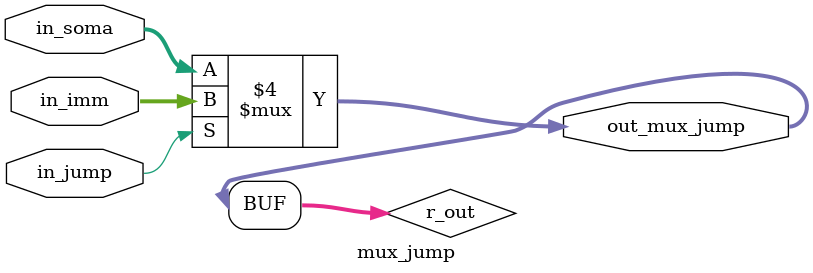
<source format=v>
module mux_jump (in_jump, in_soma, in_imm, out_mux_jump);
	input wire 	in_jump;
	input wire [31:0] in_soma, in_imm;
	
	reg [31:0] r_out;
		
	output wire [31:0] out_mux_jump;
	
	always @ (*) begin
		if (in_jump == 0) begin
			r_out = in_soma;
		end
		else begin
			r_out = in_imm;
		end
	end
	
	assign out_mux_jump = r_out;


endmodule 
</source>
